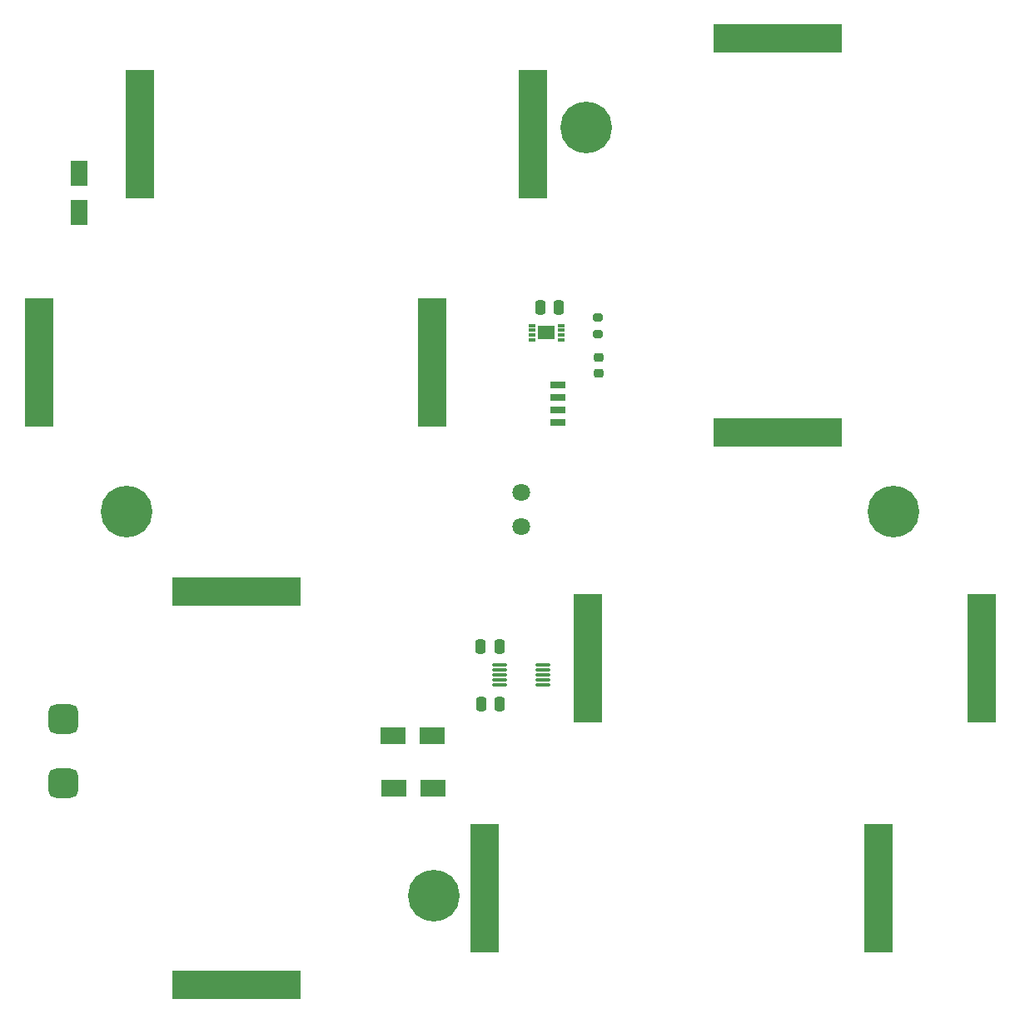
<source format=gbr>
%TF.GenerationSoftware,KiCad,Pcbnew,(6.0.7)*%
%TF.CreationDate,2023-01-31T02:36:04-08:00*%
%TF.ProjectId,solar-panel-side-Z,736f6c61-722d-4706-916e-656c2d736964,2.0*%
%TF.SameCoordinates,Original*%
%TF.FileFunction,Soldermask,Top*%
%TF.FilePolarity,Negative*%
%FSLAX46Y46*%
G04 Gerber Fmt 4.6, Leading zero omitted, Abs format (unit mm)*
G04 Created by KiCad (PCBNEW (6.0.7)) date 2023-01-31 02:36:04*
%MOMM*%
%LPD*%
G01*
G04 APERTURE LIST*
G04 Aperture macros list*
%AMRoundRect*
0 Rectangle with rounded corners*
0 $1 Rounding radius*
0 $2 $3 $4 $5 $6 $7 $8 $9 X,Y pos of 4 corners*
0 Add a 4 corners polygon primitive as box body*
4,1,4,$2,$3,$4,$5,$6,$7,$8,$9,$2,$3,0*
0 Add four circle primitives for the rounded corners*
1,1,$1+$1,$2,$3*
1,1,$1+$1,$4,$5*
1,1,$1+$1,$6,$7*
1,1,$1+$1,$8,$9*
0 Add four rect primitives between the rounded corners*
20,1,$1+$1,$2,$3,$4,$5,0*
20,1,$1+$1,$4,$5,$6,$7,0*
20,1,$1+$1,$6,$7,$8,$9,0*
20,1,$1+$1,$8,$9,$2,$3,0*%
G04 Aperture macros list end*
%ADD10C,5.250000*%
%ADD11R,2.500000X1.700000*%
%ADD12RoundRect,0.750000X-0.750000X-0.750000X0.750000X-0.750000X0.750000X0.750000X-0.750000X0.750000X0*%
%ADD13RoundRect,0.218750X0.256250X-0.218750X0.256250X0.218750X-0.256250X0.218750X-0.256250X-0.218750X0*%
%ADD14RoundRect,0.250000X0.250000X0.475000X-0.250000X0.475000X-0.250000X-0.475000X0.250000X-0.475000X0*%
%ADD15R,1.750000X1.450000*%
%ADD16R,0.750000X0.300000*%
%ADD17R,3.000000X13.000000*%
%ADD18R,13.000000X3.000000*%
%ADD19RoundRect,0.200000X-0.275000X0.200000X-0.275000X-0.200000X0.275000X-0.200000X0.275000X0.200000X0*%
%ADD20RoundRect,0.075000X-0.650000X-0.075000X0.650000X-0.075000X0.650000X0.075000X-0.650000X0.075000X0*%
%ADD21R,1.600000X0.700000*%
%ADD22R,1.700000X2.500000*%
%ADD23C,1.800000*%
G04 APERTURE END LIST*
D10*
%TO.C,J3*%
X110500000Y-85000000D03*
%TD*%
%TO.C,J4*%
X141750000Y-124000000D03*
%TD*%
%TO.C,J5*%
X157250000Y-46000000D03*
%TD*%
%TO.C,J6*%
X188500000Y-85000000D03*
%TD*%
D11*
%TO.C,D3*%
X137590000Y-107770000D03*
X141590000Y-107770000D03*
%TD*%
D12*
%TO.C,TP1*%
X104050000Y-106110000D03*
%TD*%
D13*
%TO.C,D5*%
X158500000Y-69337500D03*
X158500000Y-70912500D03*
%TD*%
D14*
%TO.C,C5*%
X146530000Y-98750000D03*
X148430000Y-98750000D03*
%TD*%
D15*
%TO.C,U3*%
X153230000Y-66830000D03*
D16*
X154680000Y-66080000D03*
X154680000Y-66580000D03*
X154680000Y-67080000D03*
X154680000Y-67580000D03*
X151780000Y-67580000D03*
X151780000Y-67080000D03*
X151780000Y-66580000D03*
X151780000Y-66080000D03*
%TD*%
D17*
%TO.C,SC5*%
X186930000Y-123240000D03*
X146930000Y-123240000D03*
%TD*%
D12*
%TO.C,TP2*%
X104080000Y-112590000D03*
%TD*%
D18*
%TO.C,SC3*%
X121720000Y-93090000D03*
X121720000Y-133090000D03*
%TD*%
D19*
%TO.C,R2*%
X158460000Y-66940000D03*
X158460000Y-65290000D03*
%TD*%
D14*
%TO.C,C3*%
X146560000Y-104540000D03*
X148460000Y-104540000D03*
%TD*%
D20*
%TO.C,U2*%
X152840000Y-100610000D03*
X152840000Y-101110000D03*
X152840000Y-101610000D03*
X152840000Y-102110000D03*
X152840000Y-102610000D03*
X148440000Y-102610000D03*
X148440000Y-102110000D03*
X148440000Y-101610000D03*
X148440000Y-101110000D03*
X148440000Y-100610000D03*
%TD*%
D11*
%TO.C,D4*%
X141680000Y-113090000D03*
X137680000Y-113090000D03*
%TD*%
D14*
%TO.C,C2*%
X152600000Y-64285000D03*
X154500000Y-64285000D03*
%TD*%
D21*
%TO.C,IC1*%
X154350000Y-75905000D03*
X154350000Y-74635000D03*
X154350000Y-73365000D03*
X154350000Y-72095000D03*
%TD*%
D17*
%TO.C,SC4*%
X141620000Y-69850000D03*
X101620000Y-69850000D03*
%TD*%
%TO.C,SC6*%
X157440000Y-99920000D03*
X197440000Y-99920000D03*
%TD*%
D18*
%TO.C,SC2*%
X176760000Y-76940000D03*
X176760000Y-36940000D03*
%TD*%
D22*
%TO.C,D2*%
X105650000Y-50590000D03*
X105650000Y-54590000D03*
%TD*%
D17*
%TO.C,SC1*%
X151870000Y-46630000D03*
X111870000Y-46630000D03*
%TD*%
D23*
%TO.C,J2*%
X150689922Y-86520000D03*
X150689922Y-83020000D03*
%TD*%
M02*

</source>
